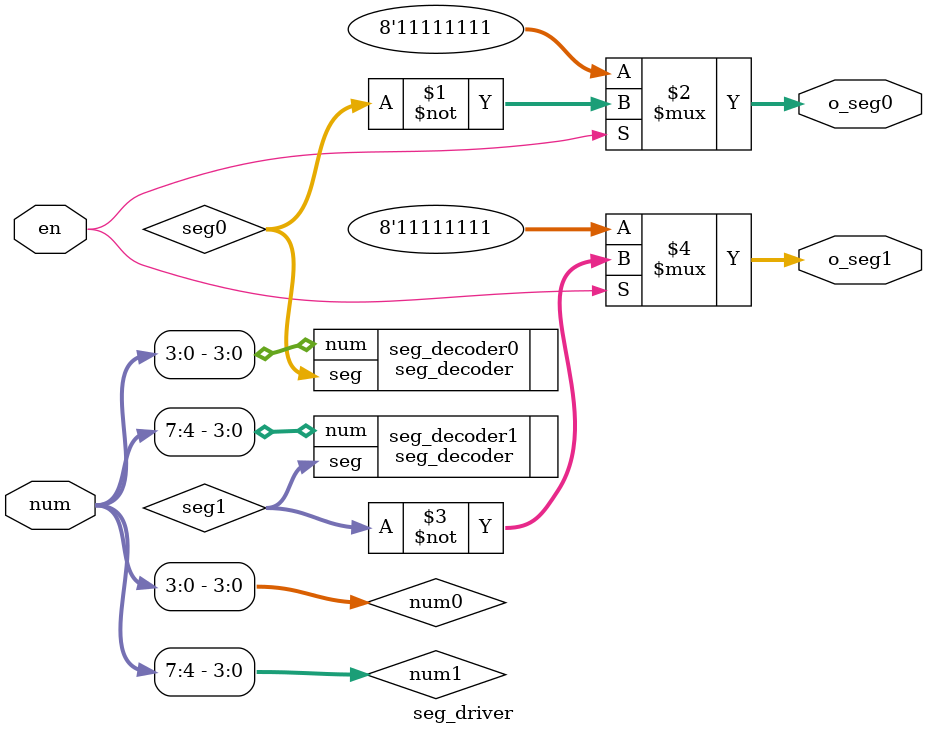
<source format=v>
module seg_driver (
    input [7:0] num,
    input en,
    output [7:0] o_seg0,
    output [7:0] o_seg1
);
    wire [7:0] seg0;
    wire [7:0] seg1;

    wire [3:0] num0;
    wire [3:0] num1;
    assign num0 = num[3:0];
    assign num1 = num[7:4];
    seg_decoder seg_decoder0 (
        .num(num0),
        .seg(seg0)
    );
    seg_decoder seg_decoder1 (
        .num(num1),
        .seg(seg1)
    );

    assign o_seg0 = en ? ~seg0 : 8'b11111111;
    assign o_seg1 = en ? ~seg1 : 8'b11111111;
endmodule
</source>
